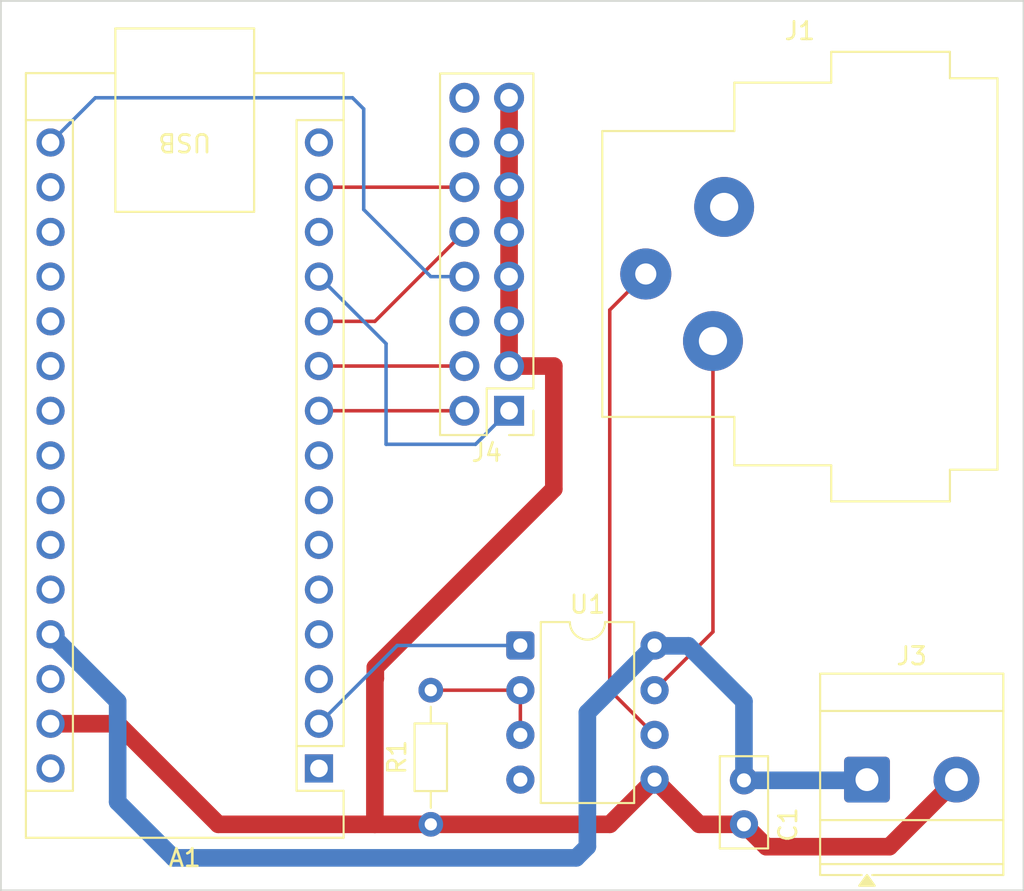
<source format=kicad_pcb>
(kicad_pcb (version 20241229) (generator "pcbnew") (generator_version "9.0")
  (layers (0 "F.Cu" signal) (2 "B.Cu" signal) (13 "F.Paste" user) (15 "B.Paste" user) (5 "F.SilkS" user "F.Silkscreen") (7 "B.SilkS" user "B.Silkscreen") (1 "F.Mask" user) (3 "B.Mask" user) (25 "Edge.Cuts" user))
  (net 0 "")
  (net 1 "Net-(A1-D0{slash}RX)")
  (net 6 "SCLK")
  (net 13 "OE")
  (net 14 "DATA")
  (net 18 "CLK")
  (net 19 "B")
  (net 20 "GND")
  (net 23 "5V")
  (net 24 "A")
  (net 34 "Net-(U1-DE)")
  (net 35 "DATA-")
  (net 36 "DATA+")
  (footprint "Resistor_THT:R_Axial_DIN0204_L3.6mm_D1.6mm_P7.62mm_Horizontal" (layer "F.Cu") (at 38.735 61.595 90)
    (property "Reference" "R1" (at 3.81 -1.92 90) (layer "F.SilkS"))
    (property "Value" "10K" (hide yes))
    (fp_line (start 5.73 -0.92) (end 1.89 -0.92) (stroke (width 0.12)) (layer "F.SilkS"))
    (fp_line (start 1.89 -0.92) (end 1.89 0.92) (stroke (width 0.12)) (layer "F.SilkS"))
    (fp_line (start 6.68 0) (end 5.73 0) (stroke (width 0.12)) (layer "F.SilkS"))
    (fp_line (start 0.94 0) (end 1.89 0) (stroke (width 0.12)) (layer "F.SilkS"))
    (fp_line (start 5.73 0.92) (end 5.73 -0.92) (stroke (width 0.12)) (layer "F.SilkS"))
    (fp_line (start 1.89 0.92) (end 5.73 0.92) (stroke (width 0.12)) (layer "F.SilkS"))
    (pad "1" thru_hole circle (at 0 0 90) (size 1.4 1.4) (drill 0.7) (layers "*.Cu" "*.Mask") (net 20 "GND"))
    (pad "2" thru_hole oval (at 7.62 0 90) (size 1.4 1.4) (drill 0.7) (layers "*.Cu" "*.Mask") (net 34 "Net-(U1-DE)"))
  )
  (footprint "TerminalBlock_Phoenix:TerminalBlock_Phoenix_MKDS-3-2-5.08_1x02_P5.08mm_Horizontal" (layer "F.Cu") (at 63.5 59.055)
    (property "Reference" "J3" (at 2.54 -7.02 0) (layer "F.SilkS"))
    (property "Value" "Screw_Terminal_01x02" (hide yes))
    (fp_line (start -2.66 -6.02) (end -2.66 5.42) (stroke (width 0.12)) (layer "F.SilkS"))
    (fp_line (start -2.66 -6.02) (end 7.74 -6.02) (stroke (width 0.12)) (layer "F.SilkS"))
    (fp_line (start -2.66 -3.9) (end 7.74 -3.9) (stroke (width 0.12)) (layer "F.SilkS"))
    (fp_line (start -2.66 2.3) (end 7.74 2.3) (stroke (width 0.12)) (layer "F.SilkS"))
    (fp_line (start -2.66 4.8) (end 7.74 4.8) (stroke (width 0.12)) (layer "F.SilkS"))
    (fp_line (start -2.66 5.42) (end -0.3 5.42) (stroke (width 0.12)) (layer "F.SilkS"))
    (fp_line (start 0.3 5.42) (end 7.74 5.42) (stroke (width 0.12)) (layer "F.SilkS"))
    (fp_line (start 7.74 -6.02) (end 7.74 5.42) (stroke (width 0.12)) (layer "F.SilkS"))
    (fp_poly (pts (xy 0 5.42) (xy 0.44 6.03) (xy -0.44 6.03)) (stroke (width 0.12)) (fill yes) (layer "F.SilkS"))
    (pad "1" thru_hole roundrect (at 0 0) (size 2.6 2.6) (drill 1.3) (layers "*.Cu" "*.Mask") (roundrect_rratio 0.096154) (net 23 "5V"))
    (pad "2" thru_hole circle (at 5.08 0) (size 2.6 2.6) (drill 1.3) (layers "*.Cu" "*.Mask") (net 20 "GND"))
  )
  (footprint "Package_DIP:DIP-8_W7.62mm" (layer "F.Cu") (at 43.82 51.435)
    (property "Reference" "U1" (at 3.81 -2.33 0) (layer "F.SilkS"))
    (property "Value" "SN75176AP" (hide yes))
    (fp_line (start 1.16 -1.33) (end 1.16 8.95) (stroke (width 0.12)) (layer "F.SilkS"))
    (fp_line (start 1.16 8.95) (end 6.46 8.95) (stroke (width 0.12)) (layer "F.SilkS"))
    (fp_line (start 2.81 -1.33) (end 1.16 -1.33) (stroke (width 0.12)) (layer "F.SilkS"))
    (fp_line (start 6.46 -1.33) (end 4.81 -1.33) (stroke (width 0.12)) (layer "F.SilkS"))
    (fp_line (start 6.46 8.95) (end 6.46 -1.33) (stroke (width 0.12)) (layer "F.SilkS"))
    (fp_arc (start 4.81 -1.33) (mid 3.81 -0.33) (end 2.81 -1.33) (stroke (width 0.12)) (layer "F.SilkS"))
    (pad "1" thru_hole roundrect (at 0 0) (size 1.6 1.6) (drill 0.8) (layers "*.Cu" "*.Mask") (roundrect_rratio 0.15625) (net 1 "Net-(A1-D0{slash}RX)"))
    (pad "2" thru_hole circle (at 0 2.54) (size 1.6 1.6) (drill 0.8) (layers "*.Cu" "*.Mask") (net 34 "Net-(U1-DE)"))
    (pad "3" thru_hole circle (at 0 5.08) (size 1.6 1.6) (drill 0.8) (layers "*.Cu" "*.Mask") (net 34 "Net-(U1-DE)"))
    (pad "4" thru_hole circle (at 0 7.62) (size 1.6 1.6) (drill 0.8) (layers "*.Cu" "*.Mask"))
    (pad "5" thru_hole circle (at 7.62 7.62) (size 1.6 1.6) (drill 0.8) (layers "*.Cu" "*.Mask") (net 20 "GND"))
    (pad "6" thru_hole circle (at 7.62 5.08) (size 1.6 1.6) (drill 0.8) (layers "*.Cu" "*.Mask") (net 36 "DATA+"))
    (pad "7" thru_hole circle (at 7.62 2.54) (size 1.6 1.6) (drill 0.8) (layers "*.Cu" "*.Mask") (net 35 "DATA-"))
    (pad "8" thru_hole circle (at 7.62 0) (size 1.6 1.6) (drill 0.8) (layers "*.Cu" "*.Mask") (net 23 "5V"))
  )
  (footprint "Connector_PinHeader_2.54mm:PinHeader_2x08_P2.54mm_Vertical" (layer "F.Cu") (at 43.18 38.1 180)
    (property "Reference" "J4" (at 1.27 -2.38 0) (layer "F.SilkS"))
    (property "Value" "Conn_02x08_Odd_Even" (hide yes))
    (fp_line (start 3.92 -1.38) (end 3.92 19.16) (stroke (width 0.12)) (layer "F.SilkS"))
    (fp_line (start 1.27 1.27) (end 1.27 -1.38) (stroke (width 0.12)) (layer "F.SilkS"))
    (fp_line (start 1.27 -1.38) (end 3.92 -1.38) (stroke (width 0.12)) (layer "F.SilkS"))
    (fp_line (start -1.38 19.16) (end 3.92 19.16) (stroke (width 0.12)) (layer "F.SilkS"))
    (fp_line (start -1.38 1.27) (end 1.27 1.27) (stroke (width 0.12)) (layer "F.SilkS"))
    (fp_line (start -1.38 1.27) (end -1.38 19.16) (stroke (width 0.12)) (layer "F.SilkS"))
    (fp_line (start -1.38 0) (end -1.38 -1.38) (stroke (width 0.12)) (layer "F.SilkS"))
    (fp_line (start -1.38 -1.38) (end 0 -1.38) (stroke (width 0.12)) (layer "F.SilkS"))
    (pad "1" thru_hole rect (at 0 0 180) (size 1.7 1.7) (drill 1) (layers "*.Cu" "*.Mask") (net 13 "OE"))
    (pad "2" thru_hole circle (at 2.54 0 180) (size 1.7 1.7) (drill 1) (layers "*.Cu" "*.Mask") (net 24 "A"))
    (pad "3" thru_hole circle (at 0 2.54 180) (size 1.7 1.7) (drill 1) (layers "*.Cu" "*.Mask") (net 20 "GND"))
    (pad "4" thru_hole circle (at 2.54 2.54 180) (size 1.7 1.7) (drill 1) (layers "*.Cu" "*.Mask") (net 19 "B"))
    (pad "5" thru_hole circle (at 0 5.08 180) (size 1.7 1.7) (drill 1) (layers "*.Cu" "*.Mask") (net 20 "GND"))
    (pad "6" thru_hole circle (at 2.54 5.08 180) (size 1.7 1.7) (drill 1) (layers "*.Cu" "*.Mask"))
    (pad "7" thru_hole circle (at 0 7.62 180) (size 1.7 1.7) (drill 1) (layers "*.Cu" "*.Mask") (net 20 "GND"))
    (pad "8" thru_hole circle (at 2.54 7.62 180) (size 1.7 1.7) (drill 1) (layers "*.Cu" "*.Mask") (net 18 "CLK"))
    (pad "9" thru_hole circle (at 0 10.16 180) (size 1.7 1.7) (drill 1) (layers "*.Cu" "*.Mask") (net 20 "GND"))
    (pad "10" thru_hole circle (at 2.54 10.16 180) (size 1.7 1.7) (drill 1) (layers "*.Cu" "*.Mask") (net 6 "SCLK"))
    (pad "11" thru_hole circle (at 0 12.7 180) (size 1.7 1.7) (drill 1) (layers "*.Cu" "*.Mask") (net 20 "GND"))
    (pad "12" thru_hole circle (at 2.54 12.7 180) (size 1.7 1.7) (drill 1) (layers "*.Cu" "*.Mask") (net 14 "DATA"))
    (pad "13" thru_hole circle (at 0 15.24 180) (size 1.7 1.7) (drill 1) (layers "*.Cu" "*.Mask") (net 20 "GND"))
    (pad "14" thru_hole circle (at 2.54 15.24 180) (size 1.7 1.7) (drill 1) (layers "*.Cu" "*.Mask"))
    (pad "15" thru_hole circle (at 0 17.78 180) (size 1.7 1.7) (drill 1) (layers "*.Cu" "*.Mask") (net 20 "GND"))
    (pad "16" thru_hole circle (at 2.54 17.78 180) (size 1.7 1.7) (drill 1) (layers "*.Cu" "*.Mask"))
  )
  (footprint "Module:Arduino_Nano" (layer "F.Cu") (at 32.385 58.42 180)
    (property "Reference" "A1" (at 7.62 -5.08 0) (layer "F.SilkS"))
    (property "Value" "Arduino_Nano_v3.x" (hide yes))
    (fp_line (start 16.64 39.5) (end 16.64 -3.94) (stroke (width 0.12)) (layer "F.SilkS"))
    (fp_line (start 16.64 39.5) (end 11.56 39.5) (stroke (width 0.12)) (layer "F.SilkS"))
    (fp_line (start 16.64 -3.94) (end -1.4 -3.94) (stroke (width 0.12)) (layer "F.SilkS"))
    (fp_line (start 13.97 36.83) (end 16.64 36.83) (stroke (width 0.12)) (layer "F.SilkS"))
    (fp_line (start 13.97 -1.27) (end 16.64 -1.27) (stroke (width 0.12)) (layer "F.SilkS"))
    (fp_line (start 13.97 -1.27) (end 13.97 36.83) (stroke (width 0.12)) (layer "F.SilkS"))
    (fp_line (start 11.56 42.04) (end 3.68 42.04) (stroke (width 0.12)) (layer "F.SilkS"))
    (fp_line (start 11.56 31.62) (end 11.56 42.04) (stroke (width 0.12)) (layer "F.SilkS"))
    (fp_line (start 3.68 42.04) (end 3.68 31.62) (stroke (width 0.12)) (layer "F.SilkS"))
    (fp_line (start 3.68 31.62) (end 11.56 31.62) (stroke (width 0.12)) (layer "F.SilkS"))
    (fp_line (start 1.27 36.83) (end -1.4 36.83) (stroke (width 0.12)) (layer "F.SilkS"))
    (fp_line (start 1.27 1.27) (end 1.27 36.83) (stroke (width 0.12)) (layer "F.SilkS"))
    (fp_line (start 1.27 1.27) (end 1.27 -1.27) (stroke (width 0.12)) (layer "F.SilkS"))
    (fp_line (start 1.27 1.27) (end -1.4 1.27) (stroke (width 0.12)) (layer "F.SilkS"))
    (fp_line (start 1.27 -1.27) (end -1.4 -1.27) (stroke (width 0.12)) (layer "F.SilkS"))
    (fp_line (start -1.4 39.5) (end 3.68 39.5) (stroke (width 0.12)) (layer "F.SilkS"))
    (fp_line (start -1.4 1.27) (end -1.4 39.5) (stroke (width 0.12)) (layer "F.SilkS"))
    (fp_line (start -1.4 -3.94) (end -1.4 -1.27) (stroke (width 0.12)) (layer "F.SilkS"))
    (fp_text user "USB" (at 7.62 35.56 180) (layer "F.SilkS"))
    (pad "1" thru_hole rect (at 0 0 180) (size 1.6 1.6) (drill 1) (layers "*.Cu" "*.Mask"))
    (pad "2" thru_hole oval (at 0 2.54 180) (size 1.6 1.6) (drill 1) (layers "*.Cu" "*.Mask") (net 1 "Net-(A1-D0{slash}RX)"))
    (pad "3" thru_hole oval (at 0 5.08 180) (size 1.6 1.6) (drill 1) (layers "*.Cu" "*.Mask"))
    (pad "4" thru_hole oval (at 0 7.62 180) (size 1.6 1.6) (drill 1) (layers "*.Cu" "*.Mask"))
    (pad "5" thru_hole oval (at 0 10.16 180) (size 1.6 1.6) (drill 1) (layers "*.Cu" "*.Mask"))
    (pad "6" thru_hole oval (at 0 12.7 180) (size 1.6 1.6) (drill 1) (layers "*.Cu" "*.Mask"))
    (pad "7" thru_hole oval (at 0 15.24 180) (size 1.6 1.6) (drill 1) (layers "*.Cu" "*.Mask"))
    (pad "8" thru_hole oval (at 0 17.78 180) (size 1.6 1.6) (drill 1) (layers "*.Cu" "*.Mask"))
    (pad "9" thru_hole oval (at 0 20.32 180) (size 1.6 1.6) (drill 1) (layers "*.Cu" "*.Mask") (net 24 "A"))
    (pad "10" thru_hole oval (at 0 22.86 180) (size 1.6 1.6) (drill 1) (layers "*.Cu" "*.Mask") (net 19 "B"))
    (pad "11" thru_hole oval (at 0 25.4 180) (size 1.6 1.6) (drill 1) (layers "*.Cu" "*.Mask") (net 6 "SCLK"))
    (pad "12" thru_hole oval (at 0 27.94 180) (size 1.6 1.6) (drill 1) (layers "*.Cu" "*.Mask") (net 13 "OE"))
    (pad "13" thru_hole oval (at 0 30.48 180) (size 1.6 1.6) (drill 1) (layers "*.Cu" "*.Mask"))
    (pad "14" thru_hole oval (at 0 33.02 180) (size 1.6 1.6) (drill 1) (layers "*.Cu" "*.Mask") (net 14 "DATA"))
    (pad "15" thru_hole oval (at 0 35.56 180) (size 1.6 1.6) (drill 1) (layers "*.Cu" "*.Mask"))
    (pad "16" thru_hole oval (at 15.24 35.56 180) (size 1.6 1.6) (drill 1) (layers "*.Cu" "*.Mask") (net 18 "CLK"))
    (pad "17" thru_hole oval (at 15.24 33.02 180) (size 1.6 1.6) (drill 1) (layers "*.Cu" "*.Mask"))
    (pad "18" thru_hole oval (at 15.24 30.48 180) (size 1.6 1.6) (drill 1) (layers "*.Cu" "*.Mask"))
    (pad "19" thru_hole oval (at 15.24 27.94 180) (size 1.6 1.6) (drill 1) (layers "*.Cu" "*.Mask"))
    (pad "20" thru_hole oval (at 15.24 25.4 180) (size 1.6 1.6) (drill 1) (layers "*.Cu" "*.Mask"))
    (pad "21" thru_hole oval (at 15.24 22.86 180) (size 1.6 1.6) (drill 1) (layers "*.Cu" "*.Mask"))
    (pad "22" thru_hole oval (at 15.24 20.32 180) (size 1.6 1.6) (drill 1) (layers "*.Cu" "*.Mask"))
    (pad "23" thru_hole oval (at 15.24 17.78 180) (size 1.6 1.6) (drill 1) (layers "*.Cu" "*.Mask"))
    (pad "24" thru_hole oval (at 15.24 15.24 180) (size 1.6 1.6) (drill 1) (layers "*.Cu" "*.Mask"))
    (pad "25" thru_hole oval (at 15.24 12.7 180) (size 1.6 1.6) (drill 1) (layers "*.Cu" "*.Mask"))
    (pad "26" thru_hole oval (at 15.24 10.16 180) (size 1.6 1.6) (drill 1) (layers "*.Cu" "*.Mask"))
    (pad "27" thru_hole oval (at 15.24 7.62 180) (size 1.6 1.6) (drill 1) (layers "*.Cu" "*.Mask") (net 23 "5V"))
    (pad "28" thru_hole oval (at 15.24 5.08 180) (size 1.6 1.6) (drill 1) (layers "*.Cu" "*.Mask"))
    (pad "29" thru_hole oval (at 15.24 2.54 180) (size 1.6 1.6) (drill 1) (layers "*.Cu" "*.Mask") (net 20 "GND"))
    (pad "30" thru_hole oval (at 15.24 0 180) (size 1.6 1.6) (drill 1) (layers "*.Cu" "*.Mask"))
  )
  (footprint "Connector_Audio:Jack_XLR_Neutrik_NC3FAH-0_Horizontal" (layer "F.Cu") (at 55.39 26.52)
    (property "Reference" "J1" (at 4.3 -10 0) (layer "F.SilkS"))
    (property "Value" "XLR3")
    (fp_line (start -6.92 -4.31) (end -6.92 11.93) (stroke (width 0.12)) (layer "F.SilkS"))
    (fp_line (start 0.58 -7.06) (end 0.58 -4.31) (stroke (width 0.12)) (layer "F.SilkS"))
    (fp_line (start 0.58 -4.31) (end -6.92 -4.31) (stroke (width 0.12)) (layer "F.SilkS"))
    (fp_line (start 0.58 11.93) (end -6.92 11.93) (stroke (width 0.12)) (layer "F.SilkS"))
    (fp_line (start 0.58 11.93) (end 0.58 14.68) (stroke (width 0.12)) (layer "F.SilkS"))
    (fp_line (start 6.08 -7.06) (end 0.58 -7.06) (stroke (width 0.12)) (layer "F.SilkS"))
    (fp_line (start 6.08 -7.06) (end 6.08 -8.81) (stroke (width 0.12)) (layer "F.SilkS"))
    (fp_line (start 6.08 14.68) (end 0.58 14.68) (stroke (width 0.12)) (layer "F.SilkS"))
    (fp_line (start 6.08 16.73) (end 6.08 14.68) (stroke (width 0.12)) (layer "F.SilkS"))
    (fp_line (start 12.82 -8.81) (end 6.08 -8.81) (stroke (width 0.12)) (layer "F.SilkS"))
    (fp_line (start 12.82 -8.81) (end 12.82 -7.31) (stroke (width 0.12)) (layer "F.SilkS"))
    (fp_line (start 12.82 -7.31) (end 15.52 -7.31) (stroke (width 0.12)) (layer "F.SilkS"))
    (fp_line (start 12.82 14.93) (end 12.82 16.73) (stroke (width 0.12)) (layer "F.SilkS"))
    (fp_line (start 12.82 14.93) (end 15.52 14.93) (stroke (width 0.12)) (layer "F.SilkS"))
    (fp_line (start 12.82 16.73) (end 6.08 16.73) (stroke (width 0.12)) (layer "F.SilkS"))
    (fp_line (start 15.52 -7.31) (end 15.52 14.93) (stroke (width 0.12)) (layer "F.SilkS"))
    (pad "" np_thru_hole circle (at 3.81 7.62) (size 1.6 1.6) (drill 1.6) (layers "*.Cu" "*.Mask"))
    (pad "" np_thru_hole circle (at 8.89 0) (size 1.6 1.6) (drill 1.6) (layers "*.Cu" "*.Mask"))
    (pad "1" thru_hole circle (at 0 0) (size 3.4 3.4) (drill 1.6) (layers "*.Cu" "*.Mask"))
    (pad "2" thru_hole circle (at -0.635 7.62) (size 3.4 3.4) (drill 1.6) (layers "*.Cu" "*.Mask") (net 35 "DATA-"))
    (pad "3" thru_hole circle (at -4.45 3.81) (size 2.9 2.9) (drill 1.2) (layers "*.Cu" "*.Mask") (net 36 "DATA+"))
  )
  (footprint "Capacitor_THT:C_Disc_D5.0mm_W2.5mm_P2.50mm" (layer "F.Cu") (at 56.515 59.095 -90)
    (property "Reference" "C1" (at 2.52 -2.5 90) (layer "F.SilkS"))
    (property "Value" "100nF" (hide yes))
    (fp_line (start -1.37 1.37) (end 3.87 1.37) (stroke (width 0.12)) (layer "F.SilkS"))
    (fp_line (start -1.37 -1.37) (end -1.37 1.37) (stroke (width 0.12)) (layer "F.SilkS"))
    (fp_line (start -1.37 -1.37) (end 3.87 -1.37) (stroke (width 0.12)) (layer "F.SilkS"))
    (fp_line (start 3.87 -1.37) (end 3.87 1.37) (stroke (width 0.12)) (layer "F.SilkS"))
    (pad "1" thru_hole circle (at 0 0 270) (size 1.6 1.6) (drill 0.8) (layers "*.Cu" "*.Mask") (net 23 "5V"))
    (pad "2" thru_hole circle (at 2.5 0 270) (size 1.6 1.6) (drill 0.8) (layers "*.Cu" "*.Mask") (net 20 "GND"))
  )
  (gr_poly (pts (xy 72.39 65.345) (xy 72.39 14.815) (xy 14.325 14.815) (xy 14.325 65.345)) (stroke (width 0.1)) (fill no) (layer "Edge.Cuts"))
  (segment (start 36.83 51.435) (end 32.385 55.88) (width 0.2) (layer "B.Cu") (net 1))
  (segment (start 43.82 51.435) (end 36.83 51.435) (width 0.2) (layer "B.Cu") (net 1))
  (segment (start 35.56 33.02) (end 40.64 27.94) (width 0.2) (layer "F.Cu") (net 6))
  (segment (start 32.385 33.02) (end 35.56 33.02) (width 0.2) (layer "F.Cu") (net 6))
  (segment (start 36.195 34.29) (end 36.195 40.005) (width 0.2) (layer "B.Cu") (net 13))
  (segment (start 36.195 40.005) (end 41.275 40.005) (width 0.2) (layer "B.Cu") (net 13))
  (segment (start 41.275 40.005) (end 43.18 38.1) (width 0.2) (layer "B.Cu") (net 13))
  (segment (start 32.385 30.48) (end 36.195 34.29) (width 0.2) (layer "B.Cu") (net 13))
  (segment (start 32.385 25.4) (end 40.64 25.4) (width 0.2) (layer "F.Cu") (net 14))
  (segment (start 34.925 26.67) (end 38.735 30.48) (width 0.2) (layer "B.Cu") (net 18))
  (segment (start 34.925 20.955) (end 34.925 26.67) (width 0.2) (layer "B.Cu") (net 18))
  (segment (start 17.145 22.86) (end 19.685 20.32) (width 0.2) (layer "B.Cu") (net 18))
  (segment (start 38.735 30.48) (end 40.64 30.48) (width 0.2) (layer "B.Cu") (net 18))
  (segment (start 19.685 20.32) (end 34.29 20.32) (width 0.2) (layer "B.Cu") (net 18))
  (segment (start 34.29 20.32) (end 34.925 20.955) (width 0.2) (layer "B.Cu") (net 18))
  (segment (start 32.385 35.56) (end 40.64 35.56) (width 0.2) (layer "F.Cu") (net 19))
  (segment (start 35.585 53.315) (end 35.56 53.34) (width 1) (layer "F.Cu") (net 20))
  (segment (start 57.785 62.865) (end 64.77 62.865) (width 1) (layer "F.Cu") (net 20))
  (segment (start 35.56 53.34) (end 35.56 61.595) (width 1) (layer "F.Cu") (net 20))
  (segment (start 35.585 52.68) (end 35.585 53.315) (width 1) (layer "F.Cu") (net 20))
  (segment (start 20.955 55.88) (end 17.145 55.88) (width 1) (layer "F.Cu") (net 20))
  (segment (start 51.44 59.055) (end 48.9 61.595) (width 1) (layer "F.Cu") (net 20))
  (segment (start 43.18 20.32) (end 43.18 35.56) (width 1) (layer "F.Cu") (net 20))
  (segment (start 56.515 61.595) (end 57.785 62.865) (width 1) (layer "F.Cu") (net 20))
  (segment (start 48.9 61.595) (end 38.735 61.595) (width 1) (layer "F.Cu") (net 20))
  (segment (start 26.67 61.595) (end 20.955 55.88) (width 1) (layer "F.Cu") (net 20))
  (segment (start 43.18 35.56) (end 45.72 35.56) (width 1) (layer "F.Cu") (net 20))
  (segment (start 64.77 62.865) (end 68.58 59.055) (width 1) (layer "F.Cu") (net 20))
  (segment (start 51.44 59.055) (end 53.98 61.595) (width 1) (layer "F.Cu") (net 20))
  (segment (start 35.56 61.595) (end 26.67 61.595) (width 1) (layer "F.Cu") (net 20))
  (segment (start 45.72 42.545) (end 35.585 52.68) (width 1) (layer "F.Cu") (net 20))
  (segment (start 53.98 61.595) (end 56.515 61.595) (width 1) (layer "F.Cu") (net 20))
  (segment (start 45.72 35.56) (end 45.72 42.545) (width 1) (layer "F.Cu") (net 20))
  (segment (start 38.735 61.595) (end 35.56 61.595) (width 1) (layer "F.Cu") (net 20))
  (segment (start 51.46 51.455) (end 51.44 51.435) (width 0.2) (layer "F.Cu") (net 23))
  (segment (start 56.515 59.095) (end 63.46 59.095) (width 1) (layer "B.Cu") (net 23))
  (segment (start 20.955 60.325) (end 20.955 54.61) (width 1) (layer "B.Cu") (net 23))
  (segment (start 56.515 59.095) (end 56.515 54.61) (width 1) (layer "B.Cu") (net 23))
  (segment (start 47.625 62.865) (end 46.99 63.5) (width 1) (layer "B.Cu") (net 23))
  (segment (start 51.44 51.435) (end 47.625 55.25) (width 1) (layer "B.Cu") (net 23))
  (segment (start 56.515 54.61) (end 53.36 51.455) (width 1) (layer "B.Cu") (net 23))
  (segment (start 63.46 59.095) (end 63.5 59.055) (width 1) (layer "B.Cu") (net 23))
  (segment (start 53.36 51.455) (end 51.46 51.455) (width 1) (layer "B.Cu") (net 23))
  (segment (start 24.13 63.5) (end 20.955 60.325) (width 1) (layer "B.Cu") (net 23))
  (segment (start 47.625 55.25) (end 47.625 62.865) (width 1) (layer "B.Cu") (net 23))
  (segment (start 20.955 54.61) (end 17.145 50.8) (width 1) (layer "B.Cu") (net 23))
  (segment (start 46.99 63.5) (end 24.13 63.5) (width 1) (layer "B.Cu") (net 23))
  (segment (start 40.64 38.1) (end 32.385 38.1) (width 0.2) (layer "F.Cu") (net 24))
  (segment (start 43.82 56.515) (end 43.82 53.975) (width 0.2) (layer "F.Cu") (net 34))
  (segment (start 38.735 53.975) (end 43.82 53.975) (width 0.2) (layer "F.Cu") (net 34))
  (segment (start 54.755 50.66) (end 51.44 53.975) (width 0.2) (layer "F.Cu") (net 35))
  (segment (start 54.755 34.14) (end 54.755 50.66) (width 0.2) (layer "F.Cu") (net 35))
  (segment (start 48.895 32.375) (end 48.895 53.975) (width 0.2) (layer "F.Cu") (net 36))
  (segment (start 48.895 53.975) (end 48.9 53.975) (width 0.2) (layer "F.Cu") (net 36))
  (segment (start 50.94 30.33) (end 48.895 32.375) (width 0.2) (layer "F.Cu") (net 36))
  (segment (start 48.9 53.975) (end 51.44 56.515) (width 0.2) (layer "F.Cu") (net 36))
)
</source>
